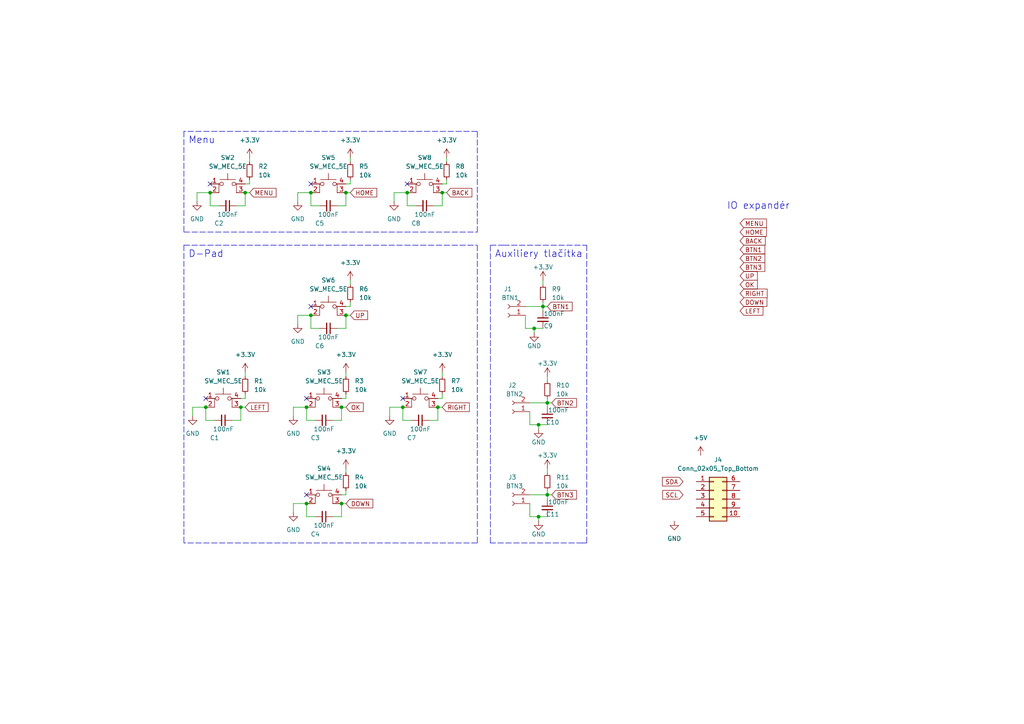
<source format=kicad_sch>
(kicad_sch (version 20211123) (generator eeschema)
  (paper "A4")
  (lib_symbols
    (symbol "Connector:Conn_01x02_Female" (pin_names (offset 1.016) hide)
      (property "Reference" "J" (at 0 2.54 0))
      (property "Value" "Conn_01x02_Female" (at 0 -5.08 0))
      (symbol "Conn_01x02_Female_1_1"
        (arc (start 0 -2.032) (mid -0.508 -2.54) (end 0 -3.048) (stroke (width 0.1524)))
        (polyline (pts (xy -1.27 -2.54) (xy -0.508 -2.54)) (stroke (width 0.1524)))
        (polyline (pts (xy -1.27 0) (xy -0.508 0)) (stroke (width 0.1524)))
        (arc (start 0 0.508) (mid -0.508 0) (end 0 -0.508) (stroke (width 0.1524)))
        (pin passive line (at -5.08 0 0) (length 3.81) (name "Pin_1") (number "1"))
        (pin passive line (at -5.08 -2.54 0) (length 3.81) (name "Pin_2") (number "2"))
      )
    )
    (symbol "Connector_Generic:Conn_02x05_Top_Bottom" (pin_names (offset 1.016) hide)
      (property "Reference" "J" (at 1.27 7.62 0))
      (property "Value" "Conn_02x05_Top_Bottom" (at 1.27 -7.62 0))
      (symbol "Conn_02x05_Top_Bottom_1_1"
        (rectangle (start -1.27 -4.953) (end 0 -5.207) (stroke (width 0.1524)))
        (rectangle (start -1.27 -2.413) (end 0 -2.667) (stroke (width 0.1524)))
        (rectangle (start -1.27 0.127) (end 0 -0.127) (stroke (width 0.1524)))
        (rectangle (start -1.27 2.667) (end 0 2.413) (stroke (width 0.1524)))
        (rectangle (start -1.27 5.207) (end 0 4.953) (stroke (width 0.1524)))
        (rectangle (start -1.27 6.35) (end 3.81 -6.35) (stroke (width 0.254)) (fill (type background)))
        (rectangle (start 3.81 -4.953) (end 2.54 -5.207) (stroke (width 0.1524)))
        (rectangle (start 3.81 -2.413) (end 2.54 -2.667) (stroke (width 0.1524)))
        (rectangle (start 3.81 0.127) (end 2.54 -0.127) (stroke (width 0.1524)))
        (rectangle (start 3.81 2.667) (end 2.54 2.413) (stroke (width 0.1524)))
        (rectangle (start 3.81 5.207) (end 2.54 4.953) (stroke (width 0.1524)))
        (pin passive line (at -5.08 5.08 0) (length 3.81) (name "Pin_1") (number "1"))
        (pin passive line (at 7.62 -5.08 180) (length 3.81) (name "Pin_10") (number "10"))
        (pin passive line (at -5.08 2.54 0) (length 3.81) (name "Pin_2") (number "2"))
        (pin passive line (at -5.08 0 0) (length 3.81) (name "Pin_3") (number "3"))
        (pin passive line (at -5.08 -2.54 0) (length 3.81) (name "Pin_4") (number "4"))
        (pin passive line (at -5.08 -5.08 0) (length 3.81) (name "Pin_5") (number "5"))
        (pin passive line (at 7.62 5.08 180) (length 3.81) (name "Pin_6") (number "6"))
        (pin passive line (at 7.62 2.54 180) (length 3.81) (name "Pin_7") (number "7"))
        (pin passive line (at 7.62 0 180) (length 3.81) (name "Pin_8") (number "8"))
        (pin passive line (at 7.62 -2.54 180) (length 3.81) (name "Pin_9") (number "9"))
      )
    )
    (symbol "Device:C_Small" (pin_numbers hide) (pin_names (offset 0.254) hide)
      (property "Reference" "C" (at 0.254 1.778 0))
      (property "Value" "C_Small" (at 0.254 -2.032 0))
      (symbol "C_Small_0_1"
        (polyline (pts (xy -1.524 -0.508) (xy 1.524 -0.508)) (stroke (width 0.3302)))
        (polyline (pts (xy -1.524 0.508) (xy 1.524 0.508)) (stroke (width 0.3048)))
      )
      (symbol "C_Small_1_1"
        (pin passive line (at 0 2.54 270) (length 2.032) (name "~") (number "1"))
        (pin passive line (at 0 -2.54 90) (length 2.032) (name "~") (number "2"))
      )
    )
    (symbol "Device:R_Small" (pin_numbers hide) (pin_names (offset 0.254) hide)
      (property "Reference" "R" (at 0.762 0.508 0))
      (property "Value" "R_Small" (at 0.762 -1.016 0))
      (symbol "R_Small_0_1"
        (rectangle (start -0.762 1.778) (end 0.762 -1.778) (stroke (width 0.2032)))
      )
      (symbol "R_Small_1_1"
        (pin passive line (at 0 2.54 270) (length 0.762) (name "~") (number "1"))
        (pin passive line (at 0 -2.54 90) (length 0.762) (name "~") (number "2"))
      )
    )
    (symbol "Switch:SW_MEC_5E" (pin_names (offset 1.016) hide)
      (property "Reference" "SW" (at 0.635 5.715 0))
      (property "Value" "SW_MEC_5E" (at 0 -3.175 0))
      (symbol "SW_MEC_5E_0_1"
        (circle (center -1.778 2.54) (radius 0.508))
        (polyline (pts (xy -2.286 3.81) (xy 2.286 3.81)))
        (polyline (pts (xy 0 3.81) (xy 0 5.588)))
        (polyline (pts (xy -2.54 0) (xy -2.54 2.54) (xy -2.286 2.54)))
        (polyline (pts (xy 2.54 0) (xy 2.54 2.54) (xy 2.286 2.54)))
        (circle (center 1.778 2.54) (radius 0.508))
        (pin passive line (at -5.08 2.54 0) (length 2.54) (name "1") (number "1"))
        (pin passive line (at -5.08 0 0) (length 2.54) (name "2") (number "2"))
        (pin passive line (at 5.08 0 180) (length 2.54) (name "K") (number "3"))
        (pin passive line (at 5.08 2.54 180) (length 2.54) (name "A") (number "4"))
      )
    )
    (symbol "power:+3.3V" (power) (pin_names (offset 0))
      (property "Value" "+3.3V" (at 0 3.556 0))
      (symbol "+3.3V_0_1"
        (polyline (pts (xy -0.762 1.27) (xy 0 2.54)))
        (polyline (pts (xy 0 0) (xy 0 2.54)))
        (polyline (pts (xy 0 2.54) (xy 0.762 1.27)))
      )
      (symbol "+3.3V_1_1"
        (pin power_in line (at 0 0 90) (length 0) hide (name "+3.3V") (number "1"))
      )
    )
    (symbol "power:+5V" (power) (pin_names (offset 0))
      (property "Value" "+5V" (at 0 3.556 0))
      (symbol "+5V_0_1"
        (polyline (pts (xy -0.762 1.27) (xy 0 2.54)))
        (polyline (pts (xy 0 0) (xy 0 2.54)))
        (polyline (pts (xy 0 2.54) (xy 0.762 1.27)))
      )
      (symbol "+5V_1_1"
        (pin power_in line (at 0 0 90) (length 0) hide (name "+5V") (number "1"))
      )
    )
    (symbol "power:GND" (power) (pin_names (offset 0))
      (property "Value" "GND" (at 0 -3.81 0))
      (symbol "GND_0_1"
        (polyline (pts (xy 0 0) (xy 0 -1.27) (xy 1.27 -1.27) (xy 0 -2.54) (xy -1.27 -1.27) (xy 0 -1.27)))
      )
      (symbol "GND_1_1"
        (pin power_in line (at 0 0 270) (length 0) hide (name "GND") (number "1"))
      )
    )
  )
  (junction (at 158.75 116.84))
  (junction (at 99.06 118.11))
  (junction (at 99.06 146.05))
  (junction (at 100.33 91.44))
  (junction (at 90.17 91.44))
  (junction (at 154.94 95.25))
  (junction (at 69.85 118.11))
  (junction (at 156.21 149.86))
  (junction (at 71.12 55.88))
  (junction (at 118.11 55.88))
  (junction (at 59.69 118.11))
  (junction (at 156.21 123.19))
  (junction (at 128.27 55.88))
  (junction (at 88.9 146.05))
  (junction (at 116.84 118.11))
  (junction (at 60.96 55.88))
  (junction (at 157.48 88.9))
  (junction (at 127 118.11))
  (junction (at 158.75 143.51))
  (junction (at 90.17 55.88))
  (junction (at 100.33 55.88))
  (junction (at 88.9 118.11))
  (no_connect (at 90.17 88.9))
  (no_connect (at 88.9 115.57))
  (no_connect (at 59.69 115.57))
  (no_connect (at 116.84 115.57))
  (no_connect (at 88.9 143.51))
  (no_connect (at 90.17 53.34))
  (no_connect (at 60.96 53.34))
  (no_connect (at 118.11 53.34))
  (wire (pts (xy 127 115.57) (xy 128.27 115.57)))
  (wire (pts (xy 57.15 55.88) (xy 60.96 55.88)))
  (wire (pts (xy 62.23 121.92) (xy 59.69 121.92)))
  (wire (pts (xy 157.48 81.28) (xy 157.48 82.55)))
  (wire (pts (xy 96.52 121.92) (xy 99.06 121.92)))
  (wire (pts (xy 60.96 59.69) (xy 60.96 55.88)))
  (wire (pts (xy 92.71 59.69) (xy 90.17 59.69)))
  (wire (pts (xy 99.06 115.57) (xy 100.33 115.57)))
  (wire (pts (xy 69.85 115.57) (xy 71.12 115.57)))
  (wire (pts (xy 100.33 142.24) (xy 100.33 143.51)))
  (wire (pts (xy 158.75 143.51) (xy 160.02 143.51)))
  (wire (pts (xy 152.4 95.25) (xy 154.94 95.25)))
  (wire (pts (xy 69.85 121.92) (xy 69.85 118.11)))
  (wire (pts (xy 158.75 135.89) (xy 158.75 137.16)))
  (wire (pts (xy 156.21 124.46) (xy 156.21 123.19)))
  (wire (pts (xy 128.27 114.3) (xy 128.27 115.57)))
  (wire (pts (xy 100.33 114.3) (xy 100.33 115.57)))
  (wire (pts (xy 85.09 120.65) (xy 85.09 118.11)))
  (wire (pts (xy 71.12 107.95) (xy 71.12 109.22)))
  (wire (pts (xy 68.58 59.69) (xy 71.12 59.69)))
  (polyline (pts (xy 138.43 67.31) (xy 138.43 38.1)))
  (polyline (pts (xy 142.24 157.48) (xy 142.24 71.12)))
  (wire (pts (xy 152.4 88.9) (xy 157.48 88.9)))
  (wire (pts (xy 158.75 144.78) (xy 158.75 143.51)))
  (wire (pts (xy 153.67 116.84) (xy 158.75 116.84)))
  (wire (pts (xy 90.17 95.25) (xy 90.17 91.44)))
  (wire (pts (xy 67.31 121.92) (xy 69.85 121.92)))
  (wire (pts (xy 86.36 55.88) (xy 90.17 55.88)))
  (wire (pts (xy 101.6 81.28) (xy 101.6 82.55)))
  (wire (pts (xy 119.38 121.92) (xy 116.84 121.92)))
  (wire (pts (xy 113.03 120.65) (xy 113.03 118.11)))
  (wire (pts (xy 72.39 52.07) (xy 72.39 53.34)))
  (wire (pts (xy 90.17 59.69) (xy 90.17 55.88)))
  (wire (pts (xy 158.75 116.84) (xy 160.02 116.84)))
  (wire (pts (xy 101.6 87.63) (xy 101.6 88.9)))
  (wire (pts (xy 157.48 90.17) (xy 157.48 88.9)))
  (wire (pts (xy 114.3 55.88) (xy 118.11 55.88)))
  (wire (pts (xy 99.06 149.86) (xy 99.06 146.05)))
  (wire (pts (xy 158.75 109.22) (xy 158.75 110.49)))
  (wire (pts (xy 63.5 59.69) (xy 60.96 59.69)))
  (wire (pts (xy 158.75 115.57) (xy 158.75 116.84)))
  (polyline (pts (xy 170.18 157.48) (xy 168.91 157.48)))
  (wire (pts (xy 156.21 151.13) (xy 156.21 149.86)))
  (polyline (pts (xy 142.24 71.12) (xy 146.05 71.12)))
  (wire (pts (xy 91.44 121.92) (xy 88.9 121.92)))
  (polyline (pts (xy 168.91 157.48) (xy 142.24 157.48)))
  (wire (pts (xy 100.33 135.89) (xy 100.33 137.16)))
  (wire (pts (xy 99.06 121.92) (xy 99.06 118.11)))
  (wire (pts (xy 127 121.92) (xy 127 118.11)))
  (wire (pts (xy 97.79 59.69) (xy 100.33 59.69)))
  (wire (pts (xy 100.33 53.34) (xy 101.6 53.34)))
  (wire (pts (xy 153.67 146.05) (xy 153.67 149.86)))
  (wire (pts (xy 113.03 118.11) (xy 116.84 118.11)))
  (wire (pts (xy 116.84 121.92) (xy 116.84 118.11)))
  (wire (pts (xy 55.88 118.11) (xy 59.69 118.11)))
  (wire (pts (xy 101.6 52.07) (xy 101.6 53.34)))
  (wire (pts (xy 57.15 58.42) (xy 57.15 55.88)))
  (wire (pts (xy 100.33 95.25) (xy 100.33 91.44)))
  (wire (pts (xy 157.48 87.63) (xy 157.48 88.9)))
  (polyline (pts (xy 53.34 71.12) (xy 53.34 157.48)))
  (wire (pts (xy 72.39 45.72) (xy 72.39 46.99)))
  (wire (pts (xy 129.54 45.72) (xy 129.54 46.99)))
  (polyline (pts (xy 146.05 71.12) (xy 170.18 71.12)))
  (wire (pts (xy 96.52 149.86) (xy 99.06 149.86)))
  (wire (pts (xy 156.21 123.19) (xy 158.75 123.19)))
  (wire (pts (xy 154.94 95.25) (xy 157.48 95.25)))
  (polyline (pts (xy 53.34 38.1) (xy 53.34 67.31)))
  (wire (pts (xy 125.73 59.69) (xy 128.27 59.69)))
  (polyline (pts (xy 53.34 71.12) (xy 138.43 71.12)))
  (wire (pts (xy 71.12 114.3) (xy 71.12 115.57)))
  (wire (pts (xy 100.33 91.44) (xy 101.6 91.44)))
  (wire (pts (xy 156.21 149.86) (xy 158.75 149.86)))
  (wire (pts (xy 71.12 53.34) (xy 72.39 53.34)))
  (wire (pts (xy 128.27 55.88) (xy 129.54 55.88)))
  (wire (pts (xy 86.36 91.44) (xy 90.17 91.44)))
  (wire (pts (xy 100.33 107.95) (xy 100.33 109.22)))
  (wire (pts (xy 158.75 118.11) (xy 158.75 116.84)))
  (wire (pts (xy 152.4 91.44) (xy 152.4 95.25)))
  (wire (pts (xy 157.48 88.9) (xy 158.75 88.9)))
  (wire (pts (xy 100.33 55.88) (xy 101.6 55.88)))
  (wire (pts (xy 124.46 121.92) (xy 127 121.92)))
  (wire (pts (xy 128.27 107.95) (xy 128.27 109.22)))
  (wire (pts (xy 91.44 149.86) (xy 88.9 149.86)))
  (wire (pts (xy 118.11 59.69) (xy 118.11 55.88)))
  (wire (pts (xy 158.75 142.24) (xy 158.75 143.51)))
  (wire (pts (xy 100.33 59.69) (xy 100.33 55.88)))
  (wire (pts (xy 88.9 149.86) (xy 88.9 146.05)))
  (wire (pts (xy 153.67 123.19) (xy 156.21 123.19)))
  (wire (pts (xy 100.33 88.9) (xy 101.6 88.9)))
  (polyline (pts (xy 138.43 157.48) (xy 53.34 157.48)))
  (wire (pts (xy 128.27 59.69) (xy 128.27 55.88)))
  (wire (pts (xy 129.54 52.07) (xy 129.54 53.34)))
  (wire (pts (xy 99.06 118.11) (xy 100.33 118.11)))
  (wire (pts (xy 59.69 121.92) (xy 59.69 118.11)))
  (wire (pts (xy 114.3 58.42) (xy 114.3 55.88)))
  (polyline (pts (xy 170.18 71.12) (xy 170.18 157.48)))
  (wire (pts (xy 88.9 121.92) (xy 88.9 118.11)))
  (wire (pts (xy 128.27 53.34) (xy 129.54 53.34)))
  (wire (pts (xy 153.67 143.51) (xy 158.75 143.51)))
  (wire (pts (xy 85.09 118.11) (xy 88.9 118.11)))
  (wire (pts (xy 85.09 146.05) (xy 88.9 146.05)))
  (polyline (pts (xy 138.43 38.1) (xy 53.34 38.1)))
  (wire (pts (xy 71.12 59.69) (xy 71.12 55.88)))
  (wire (pts (xy 85.09 148.59) (xy 85.09 146.05)))
  (wire (pts (xy 127 118.11) (xy 128.27 118.11)))
  (wire (pts (xy 86.36 93.98) (xy 86.36 91.44)))
  (wire (pts (xy 86.36 58.42) (xy 86.36 55.88)))
  (wire (pts (xy 97.79 95.25) (xy 100.33 95.25)))
  (wire (pts (xy 99.06 146.05) (xy 100.33 146.05)))
  (wire (pts (xy 55.88 120.65) (xy 55.88 118.11)))
  (wire (pts (xy 120.65 59.69) (xy 118.11 59.69)))
  (wire (pts (xy 101.6 45.72) (xy 101.6 46.99)))
  (wire (pts (xy 153.67 119.38) (xy 153.67 123.19)))
  (polyline (pts (xy 53.34 67.31) (xy 138.43 67.31)))
  (wire (pts (xy 154.94 96.52) (xy 154.94 95.25)))
  (wire (pts (xy 92.71 95.25) (xy 90.17 95.25)))
  (polyline (pts (xy 138.43 71.12) (xy 138.43 157.48)))
  (wire (pts (xy 99.06 143.51) (xy 100.33 143.51)))
  (wire (pts (xy 153.67 149.86) (xy 156.21 149.86)))
  (wire (pts (xy 71.12 55.88) (xy 72.39 55.88)))
  (wire (pts (xy 69.85 118.11) (xy 71.12 118.11)))
  (text "D-Pad\n" (at 54.61 74.93 0) (effects (font (size 2 2)) (justify left bottom)))
  (text "Menu\n" (at 54.61 41.91 0) (effects (font (size 2 2)) (justify left bottom)))
  (text "IO expandér\n" (at 210.82 60.96 0) (effects (font (size 2 2)) (justify left bottom)))
  (text "Auxiliery tlačítka\n" (at 143.51 74.93 0) (effects (font (size 2 2)) (justify left bottom)))
  (global_label "UP" (shape input) (at 214.63 80.01 0) (property "Intersheet References" "${INTERSHEET_REFS}" (effects hide)))
  (global_label "BTN1" (shape input) (at 158.75 88.9 0) (property "Intersheet References" "${INTERSHEET_REFS}" (effects hide)))
  (global_label "UP" (shape input) (at 101.6 91.44 0) (property "Intersheet References" "${INTERSHEET_REFS}" (effects hide)))
  (global_label "DOWN" (shape input) (at 214.63 87.63 0) (property "Intersheet References" "${INTERSHEET_REFS}" (effects hide)))
  (global_label "OK" (shape input) (at 214.63 82.55 0) (property "Intersheet References" "${INTERSHEET_REFS}" (effects hide)))
  (global_label "BTN3" (shape input) (at 214.63 77.47 0) (property "Intersheet References" "${INTERSHEET_REFS}" (effects hide)))
  (global_label "BTN2" (shape input) (at 160.02 116.84 0) (property "Intersheet References" "${INTERSHEET_REFS}" (effects hide)))
  (global_label "BTN1" (shape input) (at 214.63 72.39 0) (property "Intersheet References" "${INTERSHEET_REFS}" (effects hide)))
  (global_label "RIGHT" (shape input) (at 128.27 118.11 0) (property "Intersheet References" "${INTERSHEET_REFS}" (effects hide)))
  (global_label "HOME" (shape input) (at 214.63 67.31 0) (property "Intersheet References" "${INTERSHEET_REFS}" (effects hide)))
  (global_label "OK" (shape input) (at 100.33 118.11 0) (property "Intersheet References" "${INTERSHEET_REFS}" (effects hide)))
  (global_label "DOWN" (shape input) (at 100.33 146.05 0) (property "Intersheet References" "${INTERSHEET_REFS}" (effects hide)))
  (global_label "BACK" (shape input) (at 214.63 69.85 0) (property "Intersheet References" "${INTERSHEET_REFS}" (effects hide)))
  (global_label "HOME" (shape input) (at 101.6 55.88 0) (property "Intersheet References" "${INTERSHEET_REFS}" (effects hide)))
  (global_label "MENU" (shape input) (at 214.63 64.77 0) (property "Intersheet References" "${INTERSHEET_REFS}" (effects hide)))
  (global_label "LEFT" (shape input) (at 71.12 118.11 0) (property "Intersheet References" "${INTERSHEET_REFS}" (effects hide)))
  (global_label "BACK" (shape input) (at 129.54 55.88 0) (property "Intersheet References" "${INTERSHEET_REFS}" (effects hide)))
  (global_label "SDA" (shape input) (at 198.12 139.7 180) (property "Intersheet References" "${INTERSHEET_REFS}" (effects hide)))
  (global_label "BTN3" (shape input) (at 160.02 143.51 0) (property "Intersheet References" "${INTERSHEET_REFS}" (effects hide)))
  (global_label "MENU" (shape input) (at 72.39 55.88 0) (property "Intersheet References" "${INTERSHEET_REFS}" (effects hide)))
  (global_label "LEFT" (shape input) (at 214.63 90.17 0) (property "Intersheet References" "${INTERSHEET_REFS}" (effects hide)))
  (global_label "RIGHT" (shape input) (at 214.63 85.09 0) (property "Intersheet References" "${INTERSHEET_REFS}" (effects hide)))
  (global_label "SCL" (shape input) (at 198.12 143.51 180) (property "Intersheet References" "${INTERSHEET_REFS}" (effects hide)))
  (global_label "BTN2" (shape input) (at 214.63 74.93 0) (property "Intersheet References" "${INTERSHEET_REFS}" (effects hide)))
  (symbol (lib_id "Connector_Generic:Conn_02x05_Top_Bottom") (at 207.01 144.78 0) (unit 1)
    (property "Reference" "J4" (at 208.28 133.35 0))
    (property "Value" "Conn_02x05_Top_Bottom" (at 208.28 135.89 0))
    (property "Footprint" "Connector_PinSocket_2.54mm:PinSocket_2x05_P2.54mm_Vertical" (effects hide))
  )
  (symbol (lib_id "power:GND") (at 57.15 58.42 0) (unit 1)
    (property "Reference" "#PWR02" (effects hide))
    (property "Value" "GND" (at 57.15 63.5 0))
  )
  (symbol (lib_id "power:GND") (at 156.21 124.46 0) (unit 1)
    (property "Reference" "#PWR018" (effects hide))
    (property "Value" "GND" (at 156.21 128.27 0))
  )
  (symbol (lib_id "Device:R_Small") (at 101.6 49.53 180) (unit 1)
    (property "Reference" "R5" (at 104.14 48.2599 0) (effects (justify right)))
    (property "Value" "10k" (at 104.14 50.7999 0) (effects (justify right)))
    (property "Footprint" "Resistor_SMD:R_0805_2012Metric_Pad1.20x1.40mm_HandSolder" (effects hide))
  )
  (symbol (lib_id "Device:C_Small") (at 121.92 121.92 270) (unit 1)
    (property "Reference" "C7" (at 119.38 127 90))
    (property "Value" "100nF" (at 121.92 124.46 90))
    (property "Footprint" "Capacitor_SMD:C_0805_2012Metric_Pad1.18x1.45mm_HandSolder" (effects hide))
  )
  (symbol (lib_id "power:+3.3V") (at 100.33 107.95 0) (unit 1)
    (property "Reference" "#PWR09" (effects hide))
    (property "Value" "+3.3V" (at 100.33 102.87 0))
  )
  (symbol (lib_id "power:+3.3V") (at 128.27 107.95 0) (unit 1)
    (property "Reference" "#PWR015" (effects hide))
    (property "Value" "+3.3V" (at 128.27 102.87 0))
  )
  (symbol (lib_id "power:GND") (at 86.36 93.98 0) (unit 1)
    (property "Reference" "#PWR08" (effects hide))
    (property "Value" "GND" (at 86.36 99.06 0))
  )
  (symbol (lib_id "Switch:SW_MEC_5E") (at 64.77 118.11 0) (unit 1)
    (property "Reference" "SW1" (at 64.77 107.95 0))
    (property "Value" "SW_MEC_5E" (at 64.77 110.49 0))
    (property "Footprint" "TL3301SPF160QG:TL3301SPF160QG" (effects hide))
    (property "Datasheet" "http://www.apem.com/int/index.php?controller=attachment&id_attachment=1371" (effects hide))
  )
  (symbol (lib_id "power:+5V") (at 203.2 132.08 0) (unit 1)
    (property "Reference" "#PWR023" (effects hide))
    (property "Value" "+5V" (at 203.2 127 0))
  )
  (symbol (lib_id "Device:C_Small") (at 123.19 59.69 270) (unit 1)
    (property "Reference" "C8" (at 120.65 64.77 90))
    (property "Value" "100nF" (at 123.19 62.23 90))
    (property "Footprint" "Capacitor_SMD:C_0805_2012Metric_Pad1.18x1.45mm_HandSolder" (effects hide))
  )
  (symbol (lib_id "power:+3.3V") (at 158.75 109.22 0) (unit 1)
    (property "Reference" "#PWR021" (effects hide))
    (property "Value" "+3.3V" (at 158.75 105.41 0))
  )
  (symbol (lib_id "power:+3.3V") (at 158.75 135.89 0) (unit 1)
    (property "Reference" "#PWR022" (effects hide))
    (property "Value" "+3.3V" (at 158.75 132.08 0))
  )
  (symbol (lib_id "Device:C_Small") (at 95.25 59.69 270) (unit 1)
    (property "Reference" "C5" (at 92.71 64.77 90))
    (property "Value" "100nF" (at 95.25 62.23 90))
    (property "Footprint" "Capacitor_SMD:C_0805_2012Metric_Pad1.18x1.45mm_HandSolder" (effects hide))
  )
  (symbol (lib_id "power:GND") (at 156.21 151.13 0) (unit 1)
    (property "Reference" "#PWR019" (effects hide))
    (property "Value" "GND" (at 156.21 154.94 0))
  )
  (symbol (lib_id "power:GND") (at 114.3 58.42 0) (unit 1)
    (property "Reference" "#PWR014" (effects hide))
    (property "Value" "GND" (at 114.3 63.5 0))
  )
  (symbol (lib_id "Switch:SW_MEC_5E") (at 93.98 146.05 0) (unit 1)
    (property "Reference" "SW4" (at 93.98 135.89 0))
    (property "Value" "SW_MEC_5E" (at 93.98 138.43 0))
    (property "Footprint" "TL3301SPF160QG:TL3301SPF160QG" (effects hide))
    (property "Datasheet" "http://www.apem.com/int/index.php?controller=attachment&id_attachment=1371" (effects hide))
  )
  (symbol (lib_id "Switch:SW_MEC_5E") (at 123.19 55.88 0) (unit 1)
    (property "Reference" "SW8" (at 123.19 45.72 0))
    (property "Value" "SW_MEC_5E" (at 123.19 48.26 0))
    (property "Footprint" "TL3301SPF160QG:TL3301SPF160QG" (effects hide))
    (property "Datasheet" "http://www.apem.com/int/index.php?controller=attachment&id_attachment=1371" (effects hide))
  )
  (symbol (lib_id "Device:R_Small") (at 157.48 85.09 180) (unit 1)
    (property "Reference" "R9" (at 160.02 83.8199 0) (effects (justify right)))
    (property "Value" "10k" (at 160.02 86.3599 0) (effects (justify right)))
    (property "Footprint" "Resistor_SMD:R_0805_2012Metric_Pad1.20x1.40mm_HandSolder" (effects hide))
  )
  (symbol (lib_id "Device:C_Small") (at 64.77 121.92 270) (unit 1)
    (property "Reference" "C1" (at 62.23 127 90))
    (property "Value" "100nF" (at 64.77 124.46 90))
    (property "Footprint" "Capacitor_SMD:C_0805_2012Metric_Pad1.18x1.45mm_HandSolder" (effects hide))
  )
  (symbol (lib_id "Device:R_Small") (at 128.27 111.76 180) (unit 1)
    (property "Reference" "R7" (at 130.81 110.4899 0) (effects (justify right)))
    (property "Value" "10k" (at 130.81 113.0299 0) (effects (justify right)))
    (property "Footprint" "Resistor_SMD:R_0805_2012Metric_Pad1.20x1.40mm_HandSolder" (effects hide))
  )
  (symbol (lib_id "Switch:SW_MEC_5E") (at 93.98 118.11 0) (unit 1)
    (property "Reference" "SW3" (at 93.98 107.95 0))
    (property "Value" "SW_MEC_5E" (at 93.98 110.49 0))
    (property "Footprint" "TL3301SPF160QG:TL3301SPF160QG" (effects hide))
    (property "Datasheet" "http://www.apem.com/int/index.php?controller=attachment&id_attachment=1371" (effects hide))
  )
  (symbol (lib_id "power:GND") (at 154.94 96.52 0) (unit 1)
    (property "Reference" "#PWR017" (effects hide))
    (property "Value" "GND" (at 154.94 100.33 0))
  )
  (symbol (lib_id "Device:C_Small") (at 93.98 149.86 270) (unit 1)
    (property "Reference" "C4" (at 91.44 154.94 90))
    (property "Value" "100nF" (at 93.98 152.4 90))
    (property "Footprint" "Capacitor_SMD:C_0805_2012Metric_Pad1.18x1.45mm_HandSolder" (effects hide))
  )
  (symbol (lib_id "Switch:SW_MEC_5E") (at 95.25 55.88 0) (unit 1)
    (property "Reference" "SW5" (at 95.25 45.72 0))
    (property "Value" "SW_MEC_5E" (at 95.25 48.26 0))
    (property "Footprint" "TL3301SPF160QG:TL3301SPF160QG" (effects hide))
    (property "Datasheet" "http://www.apem.com/int/index.php?controller=attachment&id_attachment=1371" (effects hide))
  )
  (symbol (lib_id "Device:R_Small") (at 100.33 111.76 180) (unit 1)
    (property "Reference" "R3" (at 102.87 110.4899 0) (effects (justify right)))
    (property "Value" "10k" (at 102.87 113.0299 0) (effects (justify right)))
    (property "Footprint" "Resistor_SMD:R_0805_2012Metric_Pad1.20x1.40mm_HandSolder" (effects hide))
  )
  (symbol (lib_id "power:+3.3V") (at 72.39 45.72 0) (unit 1)
    (property "Reference" "#PWR04" (effects hide))
    (property "Value" "+3.3V" (at 72.39 40.64 0))
  )
  (symbol (lib_id "power:GND") (at 55.88 120.65 0) (unit 1)
    (property "Reference" "#PWR01" (effects hide))
    (property "Value" "GND" (at 55.88 125.73 0))
  )
  (symbol (lib_id "power:GND") (at 113.03 120.65 0) (unit 1)
    (property "Reference" "#PWR013" (effects hide))
    (property "Value" "GND" (at 113.03 125.73 0))
  )
  (symbol (lib_id "Connector:Conn_01x02_Female") (at 148.59 119.38 180) (unit 1)
    (property "Reference" "J2" (at 148.59 111.76 0))
    (property "Value" "BTN2" (at 149.225 114.3 0))
    (property "Footprint" "Connector_PinSocket_2.54mm:PinSocket_1x02_P2.54mm_Vertical" (effects hide))
  )
  (symbol (lib_id "Switch:SW_MEC_5E") (at 66.04 55.88 0) (unit 1)
    (property "Reference" "SW2" (at 66.04 45.72 0))
    (property "Value" "SW_MEC_5E" (at 66.04 48.26 0))
    (property "Footprint" "TL3301SPF160QG:TL3301SPF160QG" (effects hide))
    (property "Datasheet" "http://www.apem.com/int/index.php?controller=attachment&id_attachment=1371" (effects hide))
  )
  (symbol (lib_id "Device:R_Small") (at 72.39 49.53 180) (unit 1)
    (property "Reference" "R2" (at 74.93 48.2599 0) (effects (justify right)))
    (property "Value" "10k" (at 74.93 50.7999 0) (effects (justify right)))
    (property "Footprint" "Resistor_SMD:R_0805_2012Metric_Pad1.20x1.40mm_HandSolder" (effects hide))
  )
  (symbol (lib_id "power:GND") (at 195.58 151.13 0) (unit 1)
    (property "Reference" "#PWR024" (effects hide))
    (property "Value" "GND" (at 195.58 156.21 0))
  )
  (symbol (lib_id "Device:C_Small") (at 93.98 121.92 270) (unit 1)
    (property "Reference" "C3" (at 91.44 127 90))
    (property "Value" "100nF" (at 93.98 124.46 90))
    (property "Footprint" "Capacitor_SMD:C_0805_2012Metric_Pad1.18x1.45mm_HandSolder" (effects hide))
  )
  (symbol (lib_id "Switch:SW_MEC_5E") (at 95.25 91.44 0) (unit 1)
    (property "Reference" "SW6" (at 95.25 81.28 0))
    (property "Value" "SW_MEC_5E" (at 95.25 83.82 0))
    (property "Footprint" "TL3301SPF160QG:TL3301SPF160QG" (effects hide))
    (property "Datasheet" "http://www.apem.com/int/index.php?controller=attachment&id_attachment=1371" (effects hide))
  )
  (symbol (lib_id "Connector:Conn_01x02_Female") (at 148.59 146.05 180) (unit 1)
    (property "Reference" "J3" (at 148.59 138.43 0))
    (property "Value" "BTN3" (at 149.225 140.97 0))
    (property "Footprint" "Connector_PinSocket_2.54mm:PinSocket_1x02_P2.54mm_Vertical" (effects hide))
  )
  (symbol (lib_id "Device:C_Small") (at 158.75 120.65 0) (unit 1)
    (property "Reference" "C10" (at 160.2868 122.4976 0))
    (property "Value" "100nF" (at 161.9613 118.9516 0))
    (property "Footprint" "Capacitor_SMD:C_0805_2012Metric_Pad1.18x1.45mm_HandSolder" (effects hide))
  )
  (symbol (lib_id "power:+3.3V") (at 101.6 45.72 0) (unit 1)
    (property "Reference" "#PWR011" (effects hide))
    (property "Value" "+3.3V" (at 101.6 40.64 0))
  )
  (symbol (lib_id "Device:C_Small") (at 95.25 95.25 270) (unit 1)
    (property "Reference" "C6" (at 92.71 100.33 90))
    (property "Value" "100nF" (at 95.25 97.79 90))
    (property "Footprint" "Capacitor_SMD:C_0805_2012Metric_Pad1.18x1.45mm_HandSolder" (effects hide))
  )
  (symbol (lib_id "Device:R_Small") (at 129.54 49.53 180) (unit 1)
    (property "Reference" "R8" (at 132.08 48.2599 0) (effects (justify right)))
    (property "Value" "10k" (at 132.08 50.7999 0) (effects (justify right)))
    (property "Footprint" "Resistor_SMD:R_0805_2012Metric_Pad1.20x1.40mm_HandSolder" (effects hide))
  )
  (symbol (lib_id "Device:C_Small") (at 66.04 59.69 270) (unit 1)
    (property "Reference" "C2" (at 63.5 64.77 90))
    (property "Value" "100nF" (at 66.04 62.23 90))
    (property "Footprint" "Capacitor_SMD:C_0805_2012Metric_Pad1.18x1.45mm_HandSolder" (effects hide))
  )
  (symbol (lib_id "power:+3.3V") (at 129.54 45.72 0) (unit 1)
    (property "Reference" "#PWR016" (effects hide))
    (property "Value" "+3.3V" (at 129.54 40.64 0))
  )
  (symbol (lib_id "Device:R_Small") (at 158.75 113.03 180) (unit 1)
    (property "Reference" "R10" (at 161.29 111.7599 0) (effects (justify right)))
    (property "Value" "10k" (at 161.29 114.2999 0) (effects (justify right)))
    (property "Footprint" "Resistor_SMD:R_0805_2012Metric_Pad1.20x1.40mm_HandSolder" (effects hide))
  )
  (symbol (lib_id "Connector:Conn_01x02_Female") (at 147.32 91.44 180) (unit 1)
    (property "Reference" "J1" (at 147.32 83.82 0))
    (property "Value" "BTN1" (at 147.955 86.36 0))
    (property "Footprint" "Connector_PinSocket_2.54mm:PinSocket_1x02_P2.54mm_Vertical" (effects hide))
  )
  (symbol (lib_id "power:GND") (at 86.36 58.42 0) (unit 1)
    (property "Reference" "#PWR07" (effects hide))
    (property "Value" "GND" (at 86.36 63.5 0))
  )
  (symbol (lib_id "Device:C_Small") (at 157.48 92.71 0) (unit 1)
    (property "Reference" "C9" (at 159.0168 94.5576 0))
    (property "Value" "100nF" (at 160.6913 91.0116 0))
    (property "Footprint" "Capacitor_SMD:C_0805_2012Metric_Pad1.18x1.45mm_HandSolder" (effects hide))
  )
  (symbol (lib_id "power:+3.3V") (at 71.12 107.95 0) (unit 1)
    (property "Reference" "#PWR03" (effects hide))
    (property "Value" "+3.3V" (at 71.12 102.87 0))
  )
  (symbol (lib_id "power:GND") (at 85.09 148.59 0) (unit 1)
    (property "Reference" "#PWR06" (effects hide))
    (property "Value" "GND" (at 85.09 153.67 0))
  )
  (symbol (lib_id "power:GND") (at 85.09 120.65 0) (unit 1)
    (property "Reference" "#PWR05" (effects hide))
    (property "Value" "GND" (at 85.09 125.73 0))
  )
  (symbol (lib_id "power:+3.3V") (at 100.33 135.89 0) (unit 1)
    (property "Reference" "#PWR010" (effects hide))
    (property "Value" "+3.3V" (at 100.33 130.81 0))
  )
  (symbol (lib_id "power:+3.3V") (at 157.48 81.28 0) (unit 1)
    (property "Reference" "#PWR020" (effects hide))
    (property "Value" "+3.3V" (at 157.48 77.47 0))
  )
  (symbol (lib_id "Device:R_Small") (at 71.12 111.76 180) (unit 1)
    (property "Reference" "R1" (at 73.66 110.4899 0) (effects (justify right)))
    (property "Value" "10k" (at 73.66 113.0299 0) (effects (justify right)))
    (property "Footprint" "Resistor_SMD:R_0805_2012Metric_Pad1.20x1.40mm_HandSolder" (effects hide))
  )
  (symbol (lib_id "power:+3.3V") (at 101.6 81.28 0) (unit 1)
    (property "Reference" "#PWR012" (effects hide))
    (property "Value" "+3.3V" (at 101.6 76.2 0))
  )
  (symbol (lib_id "Device:R_Small") (at 158.75 139.7 180) (unit 1)
    (property "Reference" "R11" (at 161.29 138.4299 0) (effects (justify right)))
    (property "Value" "10k" (at 161.29 140.9699 0) (effects (justify right)))
    (property "Footprint" "Resistor_SMD:R_0805_2012Metric_Pad1.20x1.40mm_HandSolder" (effects hide))
  )
  (symbol (lib_id "Device:R_Small") (at 101.6 85.09 180) (unit 1)
    (property "Reference" "R6" (at 104.14 83.8199 0) (effects (justify right)))
    (property "Value" "10k" (at 104.14 86.3599 0) (effects (justify right)))
    (property "Footprint" "Resistor_SMD:R_0805_2012Metric_Pad1.20x1.40mm_HandSolder" (effects hide))
  )
  (symbol (lib_id "Switch:SW_MEC_5E") (at 121.92 118.11 0) (unit 1)
    (property "Reference" "SW7" (at 121.92 107.95 0))
    (property "Value" "SW_MEC_5E" (at 121.92 110.49 0))
    (property "Footprint" "TL3301SPF160QG:TL3301SPF160QG" (effects hide))
    (property "Datasheet" "http://www.apem.com/int/index.php?controller=attachment&id_attachment=1371" (effects hide))
  )
  (symbol (lib_id "Device:R_Small") (at 100.33 139.7 180) (unit 1)
    (property "Reference" "R4" (at 102.87 138.4299 0) (effects (justify right)))
    (property "Value" "10k" (at 102.87 140.9699 0) (effects (justify right)))
    (property "Footprint" "Resistor_SMD:R_0805_2012Metric_Pad1.20x1.40mm_HandSolder" (effects hide))
  )
  (symbol (lib_id "Device:C_Small") (at 158.75 147.32 0) (unit 1)
    (property "Reference" "C11" (at 160.2868 149.1676 0))
    (property "Value" "100nF" (at 161.9613 145.6216 0))
    (property "Footprint" "Capacitor_SMD:C_0805_2012Metric_Pad1.18x1.45mm_HandSolder" (effects hide))
  )
)
</source>
